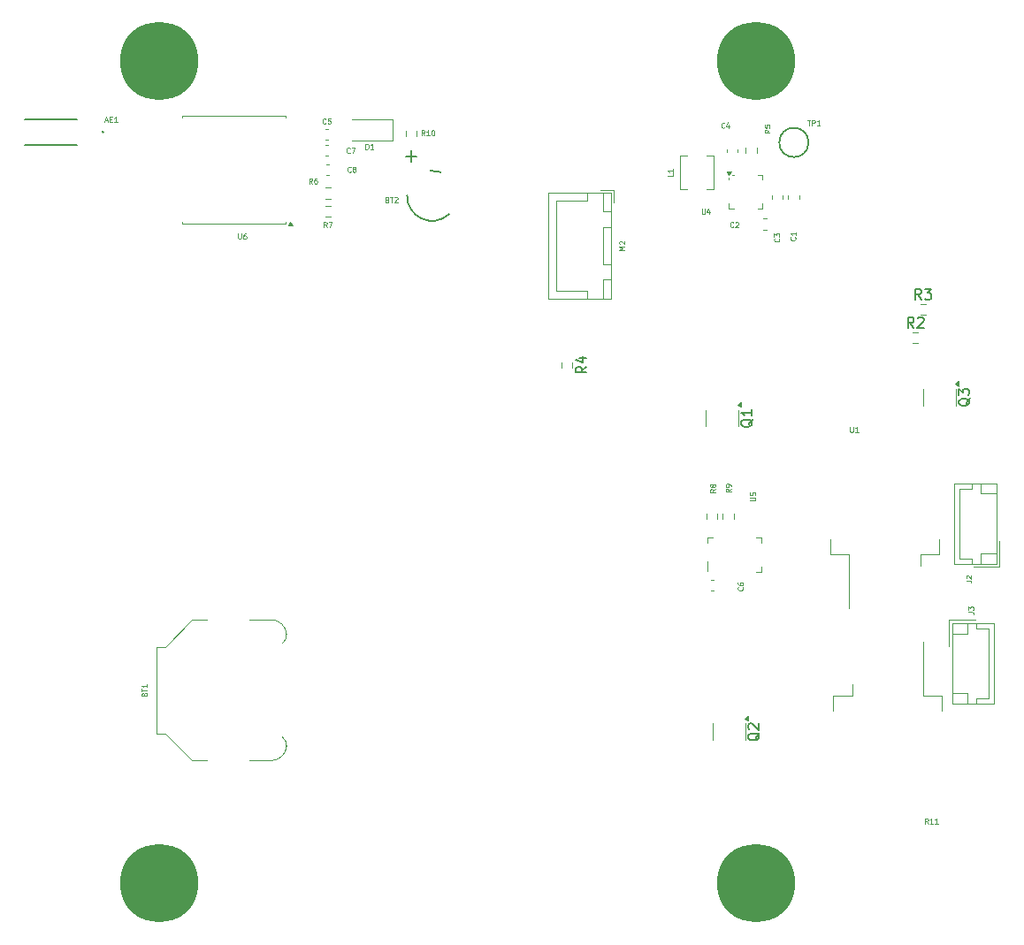
<source format=gto>
G04 #@! TF.GenerationSoftware,KiCad,Pcbnew,9.0.1*
G04 #@! TF.CreationDate,2025-10-31T13:55:31-04:00*
G04 #@! TF.ProjectId,GHOUL_V1.0,47484f55-4c5f-4563-912e-302e6b696361,rev?*
G04 #@! TF.SameCoordinates,Original*
G04 #@! TF.FileFunction,Legend,Top*
G04 #@! TF.FilePolarity,Positive*
%FSLAX46Y46*%
G04 Gerber Fmt 4.6, Leading zero omitted, Abs format (unit mm)*
G04 Created by KiCad (PCBNEW 9.0.1) date 2025-10-31 13:55:31*
%MOMM*%
%LPD*%
G01*
G04 APERTURE LIST*
%ADD10C,0.125000*%
%ADD11C,0.150000*%
%ADD12C,0.120000*%
%ADD13C,0.127000*%
%ADD14C,7.500000*%
G04 APERTURE END LIST*
D10*
X125438955Y-121748907D02*
X125462765Y-121677479D01*
X125462765Y-121677479D02*
X125486574Y-121653669D01*
X125486574Y-121653669D02*
X125534193Y-121629860D01*
X125534193Y-121629860D02*
X125605622Y-121629860D01*
X125605622Y-121629860D02*
X125653241Y-121653669D01*
X125653241Y-121653669D02*
X125677051Y-121677479D01*
X125677051Y-121677479D02*
X125700860Y-121725098D01*
X125700860Y-121725098D02*
X125700860Y-121915574D01*
X125700860Y-121915574D02*
X125200860Y-121915574D01*
X125200860Y-121915574D02*
X125200860Y-121748907D01*
X125200860Y-121748907D02*
X125224670Y-121701288D01*
X125224670Y-121701288D02*
X125248479Y-121677479D01*
X125248479Y-121677479D02*
X125296098Y-121653669D01*
X125296098Y-121653669D02*
X125343717Y-121653669D01*
X125343717Y-121653669D02*
X125391336Y-121677479D01*
X125391336Y-121677479D02*
X125415146Y-121701288D01*
X125415146Y-121701288D02*
X125438955Y-121748907D01*
X125438955Y-121748907D02*
X125438955Y-121915574D01*
X125200860Y-121487002D02*
X125200860Y-121201288D01*
X125700860Y-121344145D02*
X125200860Y-121344145D01*
X125700860Y-120772717D02*
X125700860Y-121058431D01*
X125700860Y-120915574D02*
X125200860Y-120915574D01*
X125200860Y-120915574D02*
X125272289Y-120963193D01*
X125272289Y-120963193D02*
X125319908Y-121010812D01*
X125319908Y-121010812D02*
X125343717Y-121058431D01*
X180109809Y-102094384D02*
X179871714Y-102261050D01*
X180109809Y-102380098D02*
X179609809Y-102380098D01*
X179609809Y-102380098D02*
X179609809Y-102189622D01*
X179609809Y-102189622D02*
X179633619Y-102142003D01*
X179633619Y-102142003D02*
X179657428Y-102118193D01*
X179657428Y-102118193D02*
X179705047Y-102094384D01*
X179705047Y-102094384D02*
X179776476Y-102094384D01*
X179776476Y-102094384D02*
X179824095Y-102118193D01*
X179824095Y-102118193D02*
X179847904Y-102142003D01*
X179847904Y-102142003D02*
X179871714Y-102189622D01*
X179871714Y-102189622D02*
X179871714Y-102380098D01*
X179824095Y-101808669D02*
X179800285Y-101856288D01*
X179800285Y-101856288D02*
X179776476Y-101880098D01*
X179776476Y-101880098D02*
X179728857Y-101903907D01*
X179728857Y-101903907D02*
X179705047Y-101903907D01*
X179705047Y-101903907D02*
X179657428Y-101880098D01*
X179657428Y-101880098D02*
X179633619Y-101856288D01*
X179633619Y-101856288D02*
X179609809Y-101808669D01*
X179609809Y-101808669D02*
X179609809Y-101713431D01*
X179609809Y-101713431D02*
X179633619Y-101665812D01*
X179633619Y-101665812D02*
X179657428Y-101642003D01*
X179657428Y-101642003D02*
X179705047Y-101618193D01*
X179705047Y-101618193D02*
X179728857Y-101618193D01*
X179728857Y-101618193D02*
X179776476Y-101642003D01*
X179776476Y-101642003D02*
X179800285Y-101665812D01*
X179800285Y-101665812D02*
X179824095Y-101713431D01*
X179824095Y-101713431D02*
X179824095Y-101808669D01*
X179824095Y-101808669D02*
X179847904Y-101856288D01*
X179847904Y-101856288D02*
X179871714Y-101880098D01*
X179871714Y-101880098D02*
X179919333Y-101903907D01*
X179919333Y-101903907D02*
X180014571Y-101903907D01*
X180014571Y-101903907D02*
X180062190Y-101880098D01*
X180062190Y-101880098D02*
X180086000Y-101856288D01*
X180086000Y-101856288D02*
X180109809Y-101808669D01*
X180109809Y-101808669D02*
X180109809Y-101713431D01*
X180109809Y-101713431D02*
X180086000Y-101665812D01*
X180086000Y-101665812D02*
X180062190Y-101642003D01*
X180062190Y-101642003D02*
X180014571Y-101618193D01*
X180014571Y-101618193D02*
X179919333Y-101618193D01*
X179919333Y-101618193D02*
X179871714Y-101642003D01*
X179871714Y-101642003D02*
X179847904Y-101665812D01*
X179847904Y-101665812D02*
X179824095Y-101713431D01*
X181608758Y-102083333D02*
X181370663Y-102249999D01*
X181608758Y-102369047D02*
X181108758Y-102369047D01*
X181108758Y-102369047D02*
X181108758Y-102178571D01*
X181108758Y-102178571D02*
X181132568Y-102130952D01*
X181132568Y-102130952D02*
X181156377Y-102107142D01*
X181156377Y-102107142D02*
X181203996Y-102083333D01*
X181203996Y-102083333D02*
X181275425Y-102083333D01*
X181275425Y-102083333D02*
X181323044Y-102107142D01*
X181323044Y-102107142D02*
X181346853Y-102130952D01*
X181346853Y-102130952D02*
X181370663Y-102178571D01*
X181370663Y-102178571D02*
X181370663Y-102369047D01*
X181608758Y-101845237D02*
X181608758Y-101749999D01*
X181608758Y-101749999D02*
X181584949Y-101702380D01*
X181584949Y-101702380D02*
X181561139Y-101678571D01*
X181561139Y-101678571D02*
X181489710Y-101630952D01*
X181489710Y-101630952D02*
X181394472Y-101607142D01*
X181394472Y-101607142D02*
X181203996Y-101607142D01*
X181203996Y-101607142D02*
X181156377Y-101630952D01*
X181156377Y-101630952D02*
X181132568Y-101654761D01*
X181132568Y-101654761D02*
X181108758Y-101702380D01*
X181108758Y-101702380D02*
X181108758Y-101797618D01*
X181108758Y-101797618D02*
X181132568Y-101845237D01*
X181132568Y-101845237D02*
X181156377Y-101869047D01*
X181156377Y-101869047D02*
X181203996Y-101892856D01*
X181203996Y-101892856D02*
X181323044Y-101892856D01*
X181323044Y-101892856D02*
X181370663Y-101869047D01*
X181370663Y-101869047D02*
X181394472Y-101845237D01*
X181394472Y-101845237D02*
X181418282Y-101797618D01*
X181418282Y-101797618D02*
X181418282Y-101702380D01*
X181418282Y-101702380D02*
X181394472Y-101654761D01*
X181394472Y-101654761D02*
X181370663Y-101630952D01*
X181370663Y-101630952D02*
X181323044Y-101607142D01*
X178815098Y-75270860D02*
X178815098Y-75675622D01*
X178815098Y-75675622D02*
X178838908Y-75723241D01*
X178838908Y-75723241D02*
X178862717Y-75747051D01*
X178862717Y-75747051D02*
X178910336Y-75770860D01*
X178910336Y-75770860D02*
X179005574Y-75770860D01*
X179005574Y-75770860D02*
X179053193Y-75747051D01*
X179053193Y-75747051D02*
X179077003Y-75723241D01*
X179077003Y-75723241D02*
X179100812Y-75675622D01*
X179100812Y-75675622D02*
X179100812Y-75270860D01*
X179553194Y-75437527D02*
X179553194Y-75770860D01*
X179434146Y-75247051D02*
X179315099Y-75604193D01*
X179315099Y-75604193D02*
X179624622Y-75604193D01*
X181837717Y-76955741D02*
X181813908Y-76979551D01*
X181813908Y-76979551D02*
X181742479Y-77003360D01*
X181742479Y-77003360D02*
X181694860Y-77003360D01*
X181694860Y-77003360D02*
X181623432Y-76979551D01*
X181623432Y-76979551D02*
X181575813Y-76931931D01*
X181575813Y-76931931D02*
X181552003Y-76884312D01*
X181552003Y-76884312D02*
X181528194Y-76789074D01*
X181528194Y-76789074D02*
X181528194Y-76717646D01*
X181528194Y-76717646D02*
X181552003Y-76622408D01*
X181552003Y-76622408D02*
X181575813Y-76574789D01*
X181575813Y-76574789D02*
X181623432Y-76527170D01*
X181623432Y-76527170D02*
X181694860Y-76503360D01*
X181694860Y-76503360D02*
X181742479Y-76503360D01*
X181742479Y-76503360D02*
X181813908Y-76527170D01*
X181813908Y-76527170D02*
X181837717Y-76550979D01*
X182028194Y-76550979D02*
X182052003Y-76527170D01*
X182052003Y-76527170D02*
X182099622Y-76503360D01*
X182099622Y-76503360D02*
X182218670Y-76503360D01*
X182218670Y-76503360D02*
X182266289Y-76527170D01*
X182266289Y-76527170D02*
X182290098Y-76550979D01*
X182290098Y-76550979D02*
X182313908Y-76598598D01*
X182313908Y-76598598D02*
X182313908Y-76646217D01*
X182313908Y-76646217D02*
X182290098Y-76717646D01*
X182290098Y-76717646D02*
X182004384Y-77003360D01*
X182004384Y-77003360D02*
X182313908Y-77003360D01*
D11*
X167784819Y-90366666D02*
X167308628Y-90699999D01*
X167784819Y-90938094D02*
X166784819Y-90938094D01*
X166784819Y-90938094D02*
X166784819Y-90557142D01*
X166784819Y-90557142D02*
X166832438Y-90461904D01*
X166832438Y-90461904D02*
X166880057Y-90414285D01*
X166880057Y-90414285D02*
X166975295Y-90366666D01*
X166975295Y-90366666D02*
X167118152Y-90366666D01*
X167118152Y-90366666D02*
X167213390Y-90414285D01*
X167213390Y-90414285D02*
X167261009Y-90461904D01*
X167261009Y-90461904D02*
X167308628Y-90557142D01*
X167308628Y-90557142D02*
X167308628Y-90938094D01*
X167118152Y-89509523D02*
X167784819Y-89509523D01*
X166737200Y-89747618D02*
X167451485Y-89985713D01*
X167451485Y-89985713D02*
X167451485Y-89366666D01*
D10*
X183450860Y-103207003D02*
X183855622Y-103207003D01*
X183855622Y-103207003D02*
X183903241Y-103183193D01*
X183903241Y-103183193D02*
X183927051Y-103159384D01*
X183927051Y-103159384D02*
X183950860Y-103111765D01*
X183950860Y-103111765D02*
X183950860Y-103016527D01*
X183950860Y-103016527D02*
X183927051Y-102968908D01*
X183927051Y-102968908D02*
X183903241Y-102945098D01*
X183903241Y-102945098D02*
X183855622Y-102921289D01*
X183855622Y-102921289D02*
X183450860Y-102921289D01*
X183450860Y-102445098D02*
X183450860Y-102683193D01*
X183450860Y-102683193D02*
X183688955Y-102707002D01*
X183688955Y-102707002D02*
X183665146Y-102683193D01*
X183665146Y-102683193D02*
X183641336Y-102635574D01*
X183641336Y-102635574D02*
X183641336Y-102516526D01*
X183641336Y-102516526D02*
X183665146Y-102468907D01*
X183665146Y-102468907D02*
X183688955Y-102445098D01*
X183688955Y-102445098D02*
X183736574Y-102421288D01*
X183736574Y-102421288D02*
X183855622Y-102421288D01*
X183855622Y-102421288D02*
X183903241Y-102445098D01*
X183903241Y-102445098D02*
X183927051Y-102468907D01*
X183927051Y-102468907D02*
X183950860Y-102516526D01*
X183950860Y-102516526D02*
X183950860Y-102635574D01*
X183950860Y-102635574D02*
X183927051Y-102683193D01*
X183927051Y-102683193D02*
X183903241Y-102707002D01*
X200484622Y-134125860D02*
X200317956Y-133887765D01*
X200198908Y-134125860D02*
X200198908Y-133625860D01*
X200198908Y-133625860D02*
X200389384Y-133625860D01*
X200389384Y-133625860D02*
X200437003Y-133649670D01*
X200437003Y-133649670D02*
X200460813Y-133673479D01*
X200460813Y-133673479D02*
X200484622Y-133721098D01*
X200484622Y-133721098D02*
X200484622Y-133792527D01*
X200484622Y-133792527D02*
X200460813Y-133840146D01*
X200460813Y-133840146D02*
X200437003Y-133863955D01*
X200437003Y-133863955D02*
X200389384Y-133887765D01*
X200389384Y-133887765D02*
X200198908Y-133887765D01*
X200960813Y-134125860D02*
X200675099Y-134125860D01*
X200817956Y-134125860D02*
X200817956Y-133625860D01*
X200817956Y-133625860D02*
X200770337Y-133697289D01*
X200770337Y-133697289D02*
X200722718Y-133744908D01*
X200722718Y-133744908D02*
X200675099Y-133768717D01*
X201437003Y-134125860D02*
X201151289Y-134125860D01*
X201294146Y-134125860D02*
X201294146Y-133625860D01*
X201294146Y-133625860D02*
X201246527Y-133697289D01*
X201246527Y-133697289D02*
X201198908Y-133744908D01*
X201198908Y-133744908D02*
X201151289Y-133768717D01*
D11*
X199109384Y-86640870D02*
X198776051Y-86164679D01*
X198537956Y-86640870D02*
X198537956Y-85640870D01*
X198537956Y-85640870D02*
X198918908Y-85640870D01*
X198918908Y-85640870D02*
X199014146Y-85688489D01*
X199014146Y-85688489D02*
X199061765Y-85736108D01*
X199061765Y-85736108D02*
X199109384Y-85831346D01*
X199109384Y-85831346D02*
X199109384Y-85974203D01*
X199109384Y-85974203D02*
X199061765Y-86069441D01*
X199061765Y-86069441D02*
X199014146Y-86117060D01*
X199014146Y-86117060D02*
X198918908Y-86164679D01*
X198918908Y-86164679D02*
X198537956Y-86164679D01*
X199490337Y-85736108D02*
X199537956Y-85688489D01*
X199537956Y-85688489D02*
X199633194Y-85640870D01*
X199633194Y-85640870D02*
X199871289Y-85640870D01*
X199871289Y-85640870D02*
X199966527Y-85688489D01*
X199966527Y-85688489D02*
X200014146Y-85736108D01*
X200014146Y-85736108D02*
X200061765Y-85831346D01*
X200061765Y-85831346D02*
X200061765Y-85926584D01*
X200061765Y-85926584D02*
X200014146Y-86069441D01*
X200014146Y-86069441D02*
X199442718Y-86640870D01*
X199442718Y-86640870D02*
X200061765Y-86640870D01*
D10*
X145117792Y-69862627D02*
X145093983Y-69886437D01*
X145093983Y-69886437D02*
X145022554Y-69910246D01*
X145022554Y-69910246D02*
X144974935Y-69910246D01*
X144974935Y-69910246D02*
X144903507Y-69886437D01*
X144903507Y-69886437D02*
X144855888Y-69838817D01*
X144855888Y-69838817D02*
X144832078Y-69791198D01*
X144832078Y-69791198D02*
X144808269Y-69695960D01*
X144808269Y-69695960D02*
X144808269Y-69624532D01*
X144808269Y-69624532D02*
X144832078Y-69529294D01*
X144832078Y-69529294D02*
X144855888Y-69481675D01*
X144855888Y-69481675D02*
X144903507Y-69434056D01*
X144903507Y-69434056D02*
X144974935Y-69410246D01*
X144974935Y-69410246D02*
X145022554Y-69410246D01*
X145022554Y-69410246D02*
X145093983Y-69434056D01*
X145093983Y-69434056D02*
X145117792Y-69457865D01*
X145284459Y-69410246D02*
X145617792Y-69410246D01*
X145617792Y-69410246D02*
X145403507Y-69910246D01*
D11*
X183700057Y-95395238D02*
X183652438Y-95490476D01*
X183652438Y-95490476D02*
X183557200Y-95585714D01*
X183557200Y-95585714D02*
X183414342Y-95728571D01*
X183414342Y-95728571D02*
X183366723Y-95823809D01*
X183366723Y-95823809D02*
X183366723Y-95919047D01*
X183604819Y-95871428D02*
X183557200Y-95966666D01*
X183557200Y-95966666D02*
X183461961Y-96061904D01*
X183461961Y-96061904D02*
X183271485Y-96109523D01*
X183271485Y-96109523D02*
X182938152Y-96109523D01*
X182938152Y-96109523D02*
X182747676Y-96061904D01*
X182747676Y-96061904D02*
X182652438Y-95966666D01*
X182652438Y-95966666D02*
X182604819Y-95871428D01*
X182604819Y-95871428D02*
X182604819Y-95680952D01*
X182604819Y-95680952D02*
X182652438Y-95585714D01*
X182652438Y-95585714D02*
X182747676Y-95490476D01*
X182747676Y-95490476D02*
X182938152Y-95442857D01*
X182938152Y-95442857D02*
X183271485Y-95442857D01*
X183271485Y-95442857D02*
X183461961Y-95490476D01*
X183461961Y-95490476D02*
X183557200Y-95585714D01*
X183557200Y-95585714D02*
X183604819Y-95680952D01*
X183604819Y-95680952D02*
X183604819Y-95871428D01*
X183604819Y-94490476D02*
X183604819Y-95061904D01*
X183604819Y-94776190D02*
X182604819Y-94776190D01*
X182604819Y-94776190D02*
X182747676Y-94871428D01*
X182747676Y-94871428D02*
X182842914Y-94966666D01*
X182842914Y-94966666D02*
X182890533Y-95061904D01*
D10*
X182713241Y-111489384D02*
X182737051Y-111513193D01*
X182737051Y-111513193D02*
X182760860Y-111584622D01*
X182760860Y-111584622D02*
X182760860Y-111632241D01*
X182760860Y-111632241D02*
X182737051Y-111703669D01*
X182737051Y-111703669D02*
X182689431Y-111751288D01*
X182689431Y-111751288D02*
X182641812Y-111775098D01*
X182641812Y-111775098D02*
X182546574Y-111798907D01*
X182546574Y-111798907D02*
X182475146Y-111798907D01*
X182475146Y-111798907D02*
X182379908Y-111775098D01*
X182379908Y-111775098D02*
X182332289Y-111751288D01*
X182332289Y-111751288D02*
X182284670Y-111703669D01*
X182284670Y-111703669D02*
X182260860Y-111632241D01*
X182260860Y-111632241D02*
X182260860Y-111584622D01*
X182260860Y-111584622D02*
X182284670Y-111513193D01*
X182284670Y-111513193D02*
X182308479Y-111489384D01*
X182260860Y-111060812D02*
X182260860Y-111156050D01*
X182260860Y-111156050D02*
X182284670Y-111203669D01*
X182284670Y-111203669D02*
X182308479Y-111227479D01*
X182308479Y-111227479D02*
X182379908Y-111275098D01*
X182379908Y-111275098D02*
X182475146Y-111298907D01*
X182475146Y-111298907D02*
X182665622Y-111298907D01*
X182665622Y-111298907D02*
X182713241Y-111275098D01*
X182713241Y-111275098D02*
X182737051Y-111251288D01*
X182737051Y-111251288D02*
X182760860Y-111203669D01*
X182760860Y-111203669D02*
X182760860Y-111108431D01*
X182760860Y-111108431D02*
X182737051Y-111060812D01*
X182737051Y-111060812D02*
X182713241Y-111037003D01*
X182713241Y-111037003D02*
X182665622Y-111013193D01*
X182665622Y-111013193D02*
X182546574Y-111013193D01*
X182546574Y-111013193D02*
X182498955Y-111037003D01*
X182498955Y-111037003D02*
X182475146Y-111060812D01*
X182475146Y-111060812D02*
X182451336Y-111108431D01*
X182451336Y-111108431D02*
X182451336Y-111203669D01*
X182451336Y-111203669D02*
X182475146Y-111251288D01*
X182475146Y-111251288D02*
X182498955Y-111275098D01*
X182498955Y-111275098D02*
X182546574Y-111298907D01*
X193019047Y-96124809D02*
X193019047Y-96529571D01*
X193019047Y-96529571D02*
X193042857Y-96577190D01*
X193042857Y-96577190D02*
X193066666Y-96601000D01*
X193066666Y-96601000D02*
X193114285Y-96624809D01*
X193114285Y-96624809D02*
X193209523Y-96624809D01*
X193209523Y-96624809D02*
X193257142Y-96601000D01*
X193257142Y-96601000D02*
X193280952Y-96577190D01*
X193280952Y-96577190D02*
X193304761Y-96529571D01*
X193304761Y-96529571D02*
X193304761Y-96124809D01*
X193804762Y-96624809D02*
X193519048Y-96624809D01*
X193661905Y-96624809D02*
X193661905Y-96124809D01*
X193661905Y-96124809D02*
X193614286Y-96196238D01*
X193614286Y-96196238D02*
X193566667Y-96243857D01*
X193566667Y-96243857D02*
X193519048Y-96267666D01*
D11*
X199833333Y-83924819D02*
X199500000Y-83448628D01*
X199261905Y-83924819D02*
X199261905Y-82924819D01*
X199261905Y-82924819D02*
X199642857Y-82924819D01*
X199642857Y-82924819D02*
X199738095Y-82972438D01*
X199738095Y-82972438D02*
X199785714Y-83020057D01*
X199785714Y-83020057D02*
X199833333Y-83115295D01*
X199833333Y-83115295D02*
X199833333Y-83258152D01*
X199833333Y-83258152D02*
X199785714Y-83353390D01*
X199785714Y-83353390D02*
X199738095Y-83401009D01*
X199738095Y-83401009D02*
X199642857Y-83448628D01*
X199642857Y-83448628D02*
X199261905Y-83448628D01*
X200166667Y-82924819D02*
X200785714Y-82924819D01*
X200785714Y-82924819D02*
X200452381Y-83305771D01*
X200452381Y-83305771D02*
X200595238Y-83305771D01*
X200595238Y-83305771D02*
X200690476Y-83353390D01*
X200690476Y-83353390D02*
X200738095Y-83401009D01*
X200738095Y-83401009D02*
X200785714Y-83496247D01*
X200785714Y-83496247D02*
X200785714Y-83734342D01*
X200785714Y-83734342D02*
X200738095Y-83829580D01*
X200738095Y-83829580D02*
X200690476Y-83877200D01*
X200690476Y-83877200D02*
X200595238Y-83924819D01*
X200595238Y-83924819D02*
X200309524Y-83924819D01*
X200309524Y-83924819D02*
X200214286Y-83877200D01*
X200214286Y-83877200D02*
X200166667Y-83829580D01*
D10*
X121679368Y-66781952D02*
X121917463Y-66781952D01*
X121631749Y-66924809D02*
X121798415Y-66424809D01*
X121798415Y-66424809D02*
X121965082Y-66924809D01*
X122131748Y-66662904D02*
X122298415Y-66662904D01*
X122369843Y-66924809D02*
X122131748Y-66924809D01*
X122131748Y-66924809D02*
X122131748Y-66424809D01*
X122131748Y-66424809D02*
X122369843Y-66424809D01*
X122846034Y-66924809D02*
X122560320Y-66924809D01*
X122703177Y-66924809D02*
X122703177Y-66424809D01*
X122703177Y-66424809D02*
X122655558Y-66496238D01*
X122655558Y-66496238D02*
X122607939Y-66543857D01*
X122607939Y-66543857D02*
X122560320Y-66567666D01*
X141516666Y-72824809D02*
X141350000Y-72586714D01*
X141230952Y-72824809D02*
X141230952Y-72324809D01*
X141230952Y-72324809D02*
X141421428Y-72324809D01*
X141421428Y-72324809D02*
X141469047Y-72348619D01*
X141469047Y-72348619D02*
X141492857Y-72372428D01*
X141492857Y-72372428D02*
X141516666Y-72420047D01*
X141516666Y-72420047D02*
X141516666Y-72491476D01*
X141516666Y-72491476D02*
X141492857Y-72539095D01*
X141492857Y-72539095D02*
X141469047Y-72562904D01*
X141469047Y-72562904D02*
X141421428Y-72586714D01*
X141421428Y-72586714D02*
X141230952Y-72586714D01*
X141945238Y-72324809D02*
X141850000Y-72324809D01*
X141850000Y-72324809D02*
X141802381Y-72348619D01*
X141802381Y-72348619D02*
X141778571Y-72372428D01*
X141778571Y-72372428D02*
X141730952Y-72443857D01*
X141730952Y-72443857D02*
X141707143Y-72539095D01*
X141707143Y-72539095D02*
X141707143Y-72729571D01*
X141707143Y-72729571D02*
X141730952Y-72777190D01*
X141730952Y-72777190D02*
X141754762Y-72801000D01*
X141754762Y-72801000D02*
X141802381Y-72824809D01*
X141802381Y-72824809D02*
X141897619Y-72824809D01*
X141897619Y-72824809D02*
X141945238Y-72801000D01*
X141945238Y-72801000D02*
X141969047Y-72777190D01*
X141969047Y-72777190D02*
X141992857Y-72729571D01*
X141992857Y-72729571D02*
X141992857Y-72610523D01*
X141992857Y-72610523D02*
X141969047Y-72562904D01*
X141969047Y-72562904D02*
X141945238Y-72539095D01*
X141945238Y-72539095D02*
X141897619Y-72515285D01*
X141897619Y-72515285D02*
X141802381Y-72515285D01*
X141802381Y-72515285D02*
X141754762Y-72539095D01*
X141754762Y-72539095D02*
X141730952Y-72562904D01*
X141730952Y-72562904D02*
X141707143Y-72610523D01*
X185320860Y-67681884D02*
X185082765Y-67848550D01*
X185320860Y-67967598D02*
X184820860Y-67967598D01*
X184820860Y-67967598D02*
X184820860Y-67777122D01*
X184820860Y-67777122D02*
X184844670Y-67729503D01*
X184844670Y-67729503D02*
X184868479Y-67705693D01*
X184868479Y-67705693D02*
X184916098Y-67681884D01*
X184916098Y-67681884D02*
X184987527Y-67681884D01*
X184987527Y-67681884D02*
X185035146Y-67705693D01*
X185035146Y-67705693D02*
X185058955Y-67729503D01*
X185058955Y-67729503D02*
X185082765Y-67777122D01*
X185082765Y-67777122D02*
X185082765Y-67967598D01*
X184820860Y-67229503D02*
X184820860Y-67467598D01*
X184820860Y-67467598D02*
X185058955Y-67491407D01*
X185058955Y-67491407D02*
X185035146Y-67467598D01*
X185035146Y-67467598D02*
X185011336Y-67419979D01*
X185011336Y-67419979D02*
X185011336Y-67300931D01*
X185011336Y-67300931D02*
X185035146Y-67253312D01*
X185035146Y-67253312D02*
X185058955Y-67229503D01*
X185058955Y-67229503D02*
X185106574Y-67205693D01*
X185106574Y-67205693D02*
X185225622Y-67205693D01*
X185225622Y-67205693D02*
X185273241Y-67229503D01*
X185273241Y-67229503D02*
X185297051Y-67253312D01*
X185297051Y-67253312D02*
X185320860Y-67300931D01*
X185320860Y-67300931D02*
X185320860Y-67419979D01*
X185320860Y-67419979D02*
X185297051Y-67467598D01*
X185297051Y-67467598D02*
X185273241Y-67491407D01*
X180982717Y-67455741D02*
X180958908Y-67479551D01*
X180958908Y-67479551D02*
X180887479Y-67503360D01*
X180887479Y-67503360D02*
X180839860Y-67503360D01*
X180839860Y-67503360D02*
X180768432Y-67479551D01*
X180768432Y-67479551D02*
X180720813Y-67431931D01*
X180720813Y-67431931D02*
X180697003Y-67384312D01*
X180697003Y-67384312D02*
X180673194Y-67289074D01*
X180673194Y-67289074D02*
X180673194Y-67217646D01*
X180673194Y-67217646D02*
X180697003Y-67122408D01*
X180697003Y-67122408D02*
X180720813Y-67074789D01*
X180720813Y-67074789D02*
X180768432Y-67027170D01*
X180768432Y-67027170D02*
X180839860Y-67003360D01*
X180839860Y-67003360D02*
X180887479Y-67003360D01*
X180887479Y-67003360D02*
X180958908Y-67027170D01*
X180958908Y-67027170D02*
X180982717Y-67050979D01*
X181411289Y-67170027D02*
X181411289Y-67503360D01*
X181292241Y-66979551D02*
X181173194Y-67336693D01*
X181173194Y-67336693D02*
X181482717Y-67336693D01*
X148707143Y-74362904D02*
X148778571Y-74386714D01*
X148778571Y-74386714D02*
X148802381Y-74410523D01*
X148802381Y-74410523D02*
X148826190Y-74458142D01*
X148826190Y-74458142D02*
X148826190Y-74529571D01*
X148826190Y-74529571D02*
X148802381Y-74577190D01*
X148802381Y-74577190D02*
X148778571Y-74601000D01*
X148778571Y-74601000D02*
X148730952Y-74624809D01*
X148730952Y-74624809D02*
X148540476Y-74624809D01*
X148540476Y-74624809D02*
X148540476Y-74124809D01*
X148540476Y-74124809D02*
X148707143Y-74124809D01*
X148707143Y-74124809D02*
X148754762Y-74148619D01*
X148754762Y-74148619D02*
X148778571Y-74172428D01*
X148778571Y-74172428D02*
X148802381Y-74220047D01*
X148802381Y-74220047D02*
X148802381Y-74267666D01*
X148802381Y-74267666D02*
X148778571Y-74315285D01*
X148778571Y-74315285D02*
X148754762Y-74339095D01*
X148754762Y-74339095D02*
X148707143Y-74362904D01*
X148707143Y-74362904D02*
X148540476Y-74362904D01*
X148969048Y-74124809D02*
X149254762Y-74124809D01*
X149111905Y-74624809D02*
X149111905Y-74124809D01*
X149397619Y-74172428D02*
X149421428Y-74148619D01*
X149421428Y-74148619D02*
X149469047Y-74124809D01*
X149469047Y-74124809D02*
X149588095Y-74124809D01*
X149588095Y-74124809D02*
X149635714Y-74148619D01*
X149635714Y-74148619D02*
X149659523Y-74172428D01*
X149659523Y-74172428D02*
X149683333Y-74220047D01*
X149683333Y-74220047D02*
X149683333Y-74267666D01*
X149683333Y-74267666D02*
X149659523Y-74339095D01*
X149659523Y-74339095D02*
X149373809Y-74624809D01*
X149373809Y-74624809D02*
X149683333Y-74624809D01*
D11*
X151006639Y-70733825D02*
X151006639Y-69666175D01*
X151540464Y-70200000D02*
X150472813Y-70200000D01*
D10*
X204124809Y-110866666D02*
X204481952Y-110866666D01*
X204481952Y-110866666D02*
X204553380Y-110890475D01*
X204553380Y-110890475D02*
X204601000Y-110938094D01*
X204601000Y-110938094D02*
X204624809Y-111009523D01*
X204624809Y-111009523D02*
X204624809Y-111057142D01*
X204172428Y-110652380D02*
X204148619Y-110628571D01*
X204148619Y-110628571D02*
X204124809Y-110580952D01*
X204124809Y-110580952D02*
X204124809Y-110461904D01*
X204124809Y-110461904D02*
X204148619Y-110414285D01*
X204148619Y-110414285D02*
X204172428Y-110390476D01*
X204172428Y-110390476D02*
X204220047Y-110366666D01*
X204220047Y-110366666D02*
X204267666Y-110366666D01*
X204267666Y-110366666D02*
X204339095Y-110390476D01*
X204339095Y-110390476D02*
X204624809Y-110676190D01*
X204624809Y-110676190D02*
X204624809Y-110366666D01*
X204324809Y-113866666D02*
X204681952Y-113866666D01*
X204681952Y-113866666D02*
X204753380Y-113890475D01*
X204753380Y-113890475D02*
X204801000Y-113938094D01*
X204801000Y-113938094D02*
X204824809Y-114009523D01*
X204824809Y-114009523D02*
X204824809Y-114057142D01*
X204324809Y-113676190D02*
X204324809Y-113366666D01*
X204324809Y-113366666D02*
X204515285Y-113533333D01*
X204515285Y-113533333D02*
X204515285Y-113461904D01*
X204515285Y-113461904D02*
X204539095Y-113414285D01*
X204539095Y-113414285D02*
X204562904Y-113390476D01*
X204562904Y-113390476D02*
X204610523Y-113366666D01*
X204610523Y-113366666D02*
X204729571Y-113366666D01*
X204729571Y-113366666D02*
X204777190Y-113390476D01*
X204777190Y-113390476D02*
X204801000Y-113414285D01*
X204801000Y-113414285D02*
X204824809Y-113461904D01*
X204824809Y-113461904D02*
X204824809Y-113604761D01*
X204824809Y-113604761D02*
X204801000Y-113652380D01*
X204801000Y-113652380D02*
X204777190Y-113676190D01*
X146630952Y-69524809D02*
X146630952Y-69024809D01*
X146630952Y-69024809D02*
X146750000Y-69024809D01*
X146750000Y-69024809D02*
X146821428Y-69048619D01*
X146821428Y-69048619D02*
X146869047Y-69096238D01*
X146869047Y-69096238D02*
X146892857Y-69143857D01*
X146892857Y-69143857D02*
X146916666Y-69239095D01*
X146916666Y-69239095D02*
X146916666Y-69310523D01*
X146916666Y-69310523D02*
X146892857Y-69405761D01*
X146892857Y-69405761D02*
X146869047Y-69453380D01*
X146869047Y-69453380D02*
X146821428Y-69501000D01*
X146821428Y-69501000D02*
X146750000Y-69524809D01*
X146750000Y-69524809D02*
X146630952Y-69524809D01*
X147392857Y-69524809D02*
X147107143Y-69524809D01*
X147250000Y-69524809D02*
X147250000Y-69024809D01*
X147250000Y-69024809D02*
X147202381Y-69096238D01*
X147202381Y-69096238D02*
X147154762Y-69143857D01*
X147154762Y-69143857D02*
X147107143Y-69167666D01*
X176046860Y-71869384D02*
X176046860Y-72107479D01*
X176046860Y-72107479D02*
X175546860Y-72107479D01*
X176046860Y-71440812D02*
X176046860Y-71726526D01*
X176046860Y-71583669D02*
X175546860Y-71583669D01*
X175546860Y-71583669D02*
X175618289Y-71631288D01*
X175618289Y-71631288D02*
X175665908Y-71678907D01*
X175665908Y-71678907D02*
X175689717Y-71726526D01*
X152278571Y-68224809D02*
X152111905Y-67986714D01*
X151992857Y-68224809D02*
X151992857Y-67724809D01*
X151992857Y-67724809D02*
X152183333Y-67724809D01*
X152183333Y-67724809D02*
X152230952Y-67748619D01*
X152230952Y-67748619D02*
X152254762Y-67772428D01*
X152254762Y-67772428D02*
X152278571Y-67820047D01*
X152278571Y-67820047D02*
X152278571Y-67891476D01*
X152278571Y-67891476D02*
X152254762Y-67939095D01*
X152254762Y-67939095D02*
X152230952Y-67962904D01*
X152230952Y-67962904D02*
X152183333Y-67986714D01*
X152183333Y-67986714D02*
X151992857Y-67986714D01*
X152754762Y-68224809D02*
X152469048Y-68224809D01*
X152611905Y-68224809D02*
X152611905Y-67724809D01*
X152611905Y-67724809D02*
X152564286Y-67796238D01*
X152564286Y-67796238D02*
X152516667Y-67843857D01*
X152516667Y-67843857D02*
X152469048Y-67867666D01*
X153064285Y-67724809D02*
X153111904Y-67724809D01*
X153111904Y-67724809D02*
X153159523Y-67748619D01*
X153159523Y-67748619D02*
X153183333Y-67772428D01*
X153183333Y-67772428D02*
X153207142Y-67820047D01*
X153207142Y-67820047D02*
X153230952Y-67915285D01*
X153230952Y-67915285D02*
X153230952Y-68034333D01*
X153230952Y-68034333D02*
X153207142Y-68129571D01*
X153207142Y-68129571D02*
X153183333Y-68177190D01*
X153183333Y-68177190D02*
X153159523Y-68201000D01*
X153159523Y-68201000D02*
X153111904Y-68224809D01*
X153111904Y-68224809D02*
X153064285Y-68224809D01*
X153064285Y-68224809D02*
X153016666Y-68201000D01*
X153016666Y-68201000D02*
X152992857Y-68177190D01*
X152992857Y-68177190D02*
X152969047Y-68129571D01*
X152969047Y-68129571D02*
X152945238Y-68034333D01*
X152945238Y-68034333D02*
X152945238Y-67915285D01*
X152945238Y-67915285D02*
X152969047Y-67820047D01*
X152969047Y-67820047D02*
X152992857Y-67772428D01*
X152992857Y-67772428D02*
X153016666Y-67748619D01*
X153016666Y-67748619D02*
X153064285Y-67724809D01*
X187758241Y-77969384D02*
X187782051Y-77993193D01*
X187782051Y-77993193D02*
X187805860Y-78064622D01*
X187805860Y-78064622D02*
X187805860Y-78112241D01*
X187805860Y-78112241D02*
X187782051Y-78183669D01*
X187782051Y-78183669D02*
X187734431Y-78231288D01*
X187734431Y-78231288D02*
X187686812Y-78255098D01*
X187686812Y-78255098D02*
X187591574Y-78278907D01*
X187591574Y-78278907D02*
X187520146Y-78278907D01*
X187520146Y-78278907D02*
X187424908Y-78255098D01*
X187424908Y-78255098D02*
X187377289Y-78231288D01*
X187377289Y-78231288D02*
X187329670Y-78183669D01*
X187329670Y-78183669D02*
X187305860Y-78112241D01*
X187305860Y-78112241D02*
X187305860Y-78064622D01*
X187305860Y-78064622D02*
X187329670Y-77993193D01*
X187329670Y-77993193D02*
X187353479Y-77969384D01*
X187805860Y-77493193D02*
X187805860Y-77778907D01*
X187805860Y-77636050D02*
X187305860Y-77636050D01*
X187305860Y-77636050D02*
X187377289Y-77683669D01*
X187377289Y-77683669D02*
X187424908Y-77731288D01*
X187424908Y-77731288D02*
X187448717Y-77778907D01*
D11*
X184350057Y-125445238D02*
X184302438Y-125540476D01*
X184302438Y-125540476D02*
X184207200Y-125635714D01*
X184207200Y-125635714D02*
X184064342Y-125778571D01*
X184064342Y-125778571D02*
X184016723Y-125873809D01*
X184016723Y-125873809D02*
X184016723Y-125969047D01*
X184254819Y-125921428D02*
X184207200Y-126016666D01*
X184207200Y-126016666D02*
X184111961Y-126111904D01*
X184111961Y-126111904D02*
X183921485Y-126159523D01*
X183921485Y-126159523D02*
X183588152Y-126159523D01*
X183588152Y-126159523D02*
X183397676Y-126111904D01*
X183397676Y-126111904D02*
X183302438Y-126016666D01*
X183302438Y-126016666D02*
X183254819Y-125921428D01*
X183254819Y-125921428D02*
X183254819Y-125730952D01*
X183254819Y-125730952D02*
X183302438Y-125635714D01*
X183302438Y-125635714D02*
X183397676Y-125540476D01*
X183397676Y-125540476D02*
X183588152Y-125492857D01*
X183588152Y-125492857D02*
X183921485Y-125492857D01*
X183921485Y-125492857D02*
X184111961Y-125540476D01*
X184111961Y-125540476D02*
X184207200Y-125635714D01*
X184207200Y-125635714D02*
X184254819Y-125730952D01*
X184254819Y-125730952D02*
X184254819Y-125921428D01*
X183350057Y-125111904D02*
X183302438Y-125064285D01*
X183302438Y-125064285D02*
X183254819Y-124969047D01*
X183254819Y-124969047D02*
X183254819Y-124730952D01*
X183254819Y-124730952D02*
X183302438Y-124635714D01*
X183302438Y-124635714D02*
X183350057Y-124588095D01*
X183350057Y-124588095D02*
X183445295Y-124540476D01*
X183445295Y-124540476D02*
X183540533Y-124540476D01*
X183540533Y-124540476D02*
X183683390Y-124588095D01*
X183683390Y-124588095D02*
X184254819Y-125159523D01*
X184254819Y-125159523D02*
X184254819Y-124540476D01*
X204500057Y-93395238D02*
X204452438Y-93490476D01*
X204452438Y-93490476D02*
X204357200Y-93585714D01*
X204357200Y-93585714D02*
X204214342Y-93728571D01*
X204214342Y-93728571D02*
X204166723Y-93823809D01*
X204166723Y-93823809D02*
X204166723Y-93919047D01*
X204404819Y-93871428D02*
X204357200Y-93966666D01*
X204357200Y-93966666D02*
X204261961Y-94061904D01*
X204261961Y-94061904D02*
X204071485Y-94109523D01*
X204071485Y-94109523D02*
X203738152Y-94109523D01*
X203738152Y-94109523D02*
X203547676Y-94061904D01*
X203547676Y-94061904D02*
X203452438Y-93966666D01*
X203452438Y-93966666D02*
X203404819Y-93871428D01*
X203404819Y-93871428D02*
X203404819Y-93680952D01*
X203404819Y-93680952D02*
X203452438Y-93585714D01*
X203452438Y-93585714D02*
X203547676Y-93490476D01*
X203547676Y-93490476D02*
X203738152Y-93442857D01*
X203738152Y-93442857D02*
X204071485Y-93442857D01*
X204071485Y-93442857D02*
X204261961Y-93490476D01*
X204261961Y-93490476D02*
X204357200Y-93585714D01*
X204357200Y-93585714D02*
X204404819Y-93680952D01*
X204404819Y-93680952D02*
X204404819Y-93871428D01*
X203404819Y-93109523D02*
X203404819Y-92490476D01*
X203404819Y-92490476D02*
X203785771Y-92823809D01*
X203785771Y-92823809D02*
X203785771Y-92680952D01*
X203785771Y-92680952D02*
X203833390Y-92585714D01*
X203833390Y-92585714D02*
X203881009Y-92538095D01*
X203881009Y-92538095D02*
X203976247Y-92490476D01*
X203976247Y-92490476D02*
X204214342Y-92490476D01*
X204214342Y-92490476D02*
X204309580Y-92538095D01*
X204309580Y-92538095D02*
X204357200Y-92585714D01*
X204357200Y-92585714D02*
X204404819Y-92680952D01*
X204404819Y-92680952D02*
X204404819Y-92966666D01*
X204404819Y-92966666D02*
X204357200Y-93061904D01*
X204357200Y-93061904D02*
X204309580Y-93109523D01*
D10*
X186198241Y-78096884D02*
X186222051Y-78120693D01*
X186222051Y-78120693D02*
X186245860Y-78192122D01*
X186245860Y-78192122D02*
X186245860Y-78239741D01*
X186245860Y-78239741D02*
X186222051Y-78311169D01*
X186222051Y-78311169D02*
X186174431Y-78358788D01*
X186174431Y-78358788D02*
X186126812Y-78382598D01*
X186126812Y-78382598D02*
X186031574Y-78406407D01*
X186031574Y-78406407D02*
X185960146Y-78406407D01*
X185960146Y-78406407D02*
X185864908Y-78382598D01*
X185864908Y-78382598D02*
X185817289Y-78358788D01*
X185817289Y-78358788D02*
X185769670Y-78311169D01*
X185769670Y-78311169D02*
X185745860Y-78239741D01*
X185745860Y-78239741D02*
X185745860Y-78192122D01*
X185745860Y-78192122D02*
X185769670Y-78120693D01*
X185769670Y-78120693D02*
X185793479Y-78096884D01*
X185745860Y-77930217D02*
X185745860Y-77620693D01*
X185745860Y-77620693D02*
X185936336Y-77787360D01*
X185936336Y-77787360D02*
X185936336Y-77715931D01*
X185936336Y-77715931D02*
X185960146Y-77668312D01*
X185960146Y-77668312D02*
X185983955Y-77644503D01*
X185983955Y-77644503D02*
X186031574Y-77620693D01*
X186031574Y-77620693D02*
X186150622Y-77620693D01*
X186150622Y-77620693D02*
X186198241Y-77644503D01*
X186198241Y-77644503D02*
X186222051Y-77668312D01*
X186222051Y-77668312D02*
X186245860Y-77715931D01*
X186245860Y-77715931D02*
X186245860Y-77858788D01*
X186245860Y-77858788D02*
X186222051Y-77906407D01*
X186222051Y-77906407D02*
X186198241Y-77930217D01*
X134419047Y-77624809D02*
X134419047Y-78029571D01*
X134419047Y-78029571D02*
X134442857Y-78077190D01*
X134442857Y-78077190D02*
X134466666Y-78101000D01*
X134466666Y-78101000D02*
X134514285Y-78124809D01*
X134514285Y-78124809D02*
X134609523Y-78124809D01*
X134609523Y-78124809D02*
X134657142Y-78101000D01*
X134657142Y-78101000D02*
X134680952Y-78077190D01*
X134680952Y-78077190D02*
X134704761Y-78029571D01*
X134704761Y-78029571D02*
X134704761Y-77624809D01*
X135157143Y-77624809D02*
X135061905Y-77624809D01*
X135061905Y-77624809D02*
X135014286Y-77648619D01*
X135014286Y-77648619D02*
X134990476Y-77672428D01*
X134990476Y-77672428D02*
X134942857Y-77743857D01*
X134942857Y-77743857D02*
X134919048Y-77839095D01*
X134919048Y-77839095D02*
X134919048Y-78029571D01*
X134919048Y-78029571D02*
X134942857Y-78077190D01*
X134942857Y-78077190D02*
X134966667Y-78101000D01*
X134966667Y-78101000D02*
X135014286Y-78124809D01*
X135014286Y-78124809D02*
X135109524Y-78124809D01*
X135109524Y-78124809D02*
X135157143Y-78101000D01*
X135157143Y-78101000D02*
X135180952Y-78077190D01*
X135180952Y-78077190D02*
X135204762Y-78029571D01*
X135204762Y-78029571D02*
X135204762Y-77910523D01*
X135204762Y-77910523D02*
X135180952Y-77862904D01*
X135180952Y-77862904D02*
X135157143Y-77839095D01*
X135157143Y-77839095D02*
X135109524Y-77815285D01*
X135109524Y-77815285D02*
X135014286Y-77815285D01*
X135014286Y-77815285D02*
X134966667Y-77839095D01*
X134966667Y-77839095D02*
X134942857Y-77862904D01*
X134942857Y-77862904D02*
X134919048Y-77910523D01*
X171414809Y-79184761D02*
X170914809Y-79184761D01*
X170914809Y-79184761D02*
X171271952Y-79018094D01*
X171271952Y-79018094D02*
X170914809Y-78851428D01*
X170914809Y-78851428D02*
X171414809Y-78851428D01*
X170962428Y-78637141D02*
X170938619Y-78613332D01*
X170938619Y-78613332D02*
X170914809Y-78565713D01*
X170914809Y-78565713D02*
X170914809Y-78446665D01*
X170914809Y-78446665D02*
X170938619Y-78399046D01*
X170938619Y-78399046D02*
X170962428Y-78375237D01*
X170962428Y-78375237D02*
X171010047Y-78351427D01*
X171010047Y-78351427D02*
X171057666Y-78351427D01*
X171057666Y-78351427D02*
X171129095Y-78375237D01*
X171129095Y-78375237D02*
X171414809Y-78660951D01*
X171414809Y-78660951D02*
X171414809Y-78351427D01*
X188917599Y-66743360D02*
X189203313Y-66743360D01*
X189060456Y-67243360D02*
X189060456Y-66743360D01*
X189369979Y-67243360D02*
X189369979Y-66743360D01*
X189369979Y-66743360D02*
X189560455Y-66743360D01*
X189560455Y-66743360D02*
X189608074Y-66767170D01*
X189608074Y-66767170D02*
X189631884Y-66790979D01*
X189631884Y-66790979D02*
X189655693Y-66838598D01*
X189655693Y-66838598D02*
X189655693Y-66910027D01*
X189655693Y-66910027D02*
X189631884Y-66957646D01*
X189631884Y-66957646D02*
X189608074Y-66981455D01*
X189608074Y-66981455D02*
X189560455Y-67005265D01*
X189560455Y-67005265D02*
X189369979Y-67005265D01*
X190131884Y-67243360D02*
X189846170Y-67243360D01*
X189989027Y-67243360D02*
X189989027Y-66743360D01*
X189989027Y-66743360D02*
X189941408Y-66814789D01*
X189941408Y-66814789D02*
X189893789Y-66862408D01*
X189893789Y-66862408D02*
X189846170Y-66886217D01*
X142817792Y-67062627D02*
X142793983Y-67086437D01*
X142793983Y-67086437D02*
X142722554Y-67110246D01*
X142722554Y-67110246D02*
X142674935Y-67110246D01*
X142674935Y-67110246D02*
X142603507Y-67086437D01*
X142603507Y-67086437D02*
X142555888Y-67038817D01*
X142555888Y-67038817D02*
X142532078Y-66991198D01*
X142532078Y-66991198D02*
X142508269Y-66895960D01*
X142508269Y-66895960D02*
X142508269Y-66824532D01*
X142508269Y-66824532D02*
X142532078Y-66729294D01*
X142532078Y-66729294D02*
X142555888Y-66681675D01*
X142555888Y-66681675D02*
X142603507Y-66634056D01*
X142603507Y-66634056D02*
X142674935Y-66610246D01*
X142674935Y-66610246D02*
X142722554Y-66610246D01*
X142722554Y-66610246D02*
X142793983Y-66634056D01*
X142793983Y-66634056D02*
X142817792Y-66657865D01*
X143270173Y-66610246D02*
X143032078Y-66610246D01*
X143032078Y-66610246D02*
X143008269Y-66848341D01*
X143008269Y-66848341D02*
X143032078Y-66824532D01*
X143032078Y-66824532D02*
X143079697Y-66800722D01*
X143079697Y-66800722D02*
X143198745Y-66800722D01*
X143198745Y-66800722D02*
X143246364Y-66824532D01*
X143246364Y-66824532D02*
X143270173Y-66848341D01*
X143270173Y-66848341D02*
X143293983Y-66895960D01*
X143293983Y-66895960D02*
X143293983Y-67015008D01*
X143293983Y-67015008D02*
X143270173Y-67062627D01*
X143270173Y-67062627D02*
X143246364Y-67086437D01*
X143246364Y-67086437D02*
X143198745Y-67110246D01*
X143198745Y-67110246D02*
X143079697Y-67110246D01*
X143079697Y-67110246D02*
X143032078Y-67086437D01*
X143032078Y-67086437D02*
X143008269Y-67062627D01*
X145216666Y-71677190D02*
X145192857Y-71701000D01*
X145192857Y-71701000D02*
X145121428Y-71724809D01*
X145121428Y-71724809D02*
X145073809Y-71724809D01*
X145073809Y-71724809D02*
X145002381Y-71701000D01*
X145002381Y-71701000D02*
X144954762Y-71653380D01*
X144954762Y-71653380D02*
X144930952Y-71605761D01*
X144930952Y-71605761D02*
X144907143Y-71510523D01*
X144907143Y-71510523D02*
X144907143Y-71439095D01*
X144907143Y-71439095D02*
X144930952Y-71343857D01*
X144930952Y-71343857D02*
X144954762Y-71296238D01*
X144954762Y-71296238D02*
X145002381Y-71248619D01*
X145002381Y-71248619D02*
X145073809Y-71224809D01*
X145073809Y-71224809D02*
X145121428Y-71224809D01*
X145121428Y-71224809D02*
X145192857Y-71248619D01*
X145192857Y-71248619D02*
X145216666Y-71272428D01*
X145502381Y-71439095D02*
X145454762Y-71415285D01*
X145454762Y-71415285D02*
X145430952Y-71391476D01*
X145430952Y-71391476D02*
X145407143Y-71343857D01*
X145407143Y-71343857D02*
X145407143Y-71320047D01*
X145407143Y-71320047D02*
X145430952Y-71272428D01*
X145430952Y-71272428D02*
X145454762Y-71248619D01*
X145454762Y-71248619D02*
X145502381Y-71224809D01*
X145502381Y-71224809D02*
X145597619Y-71224809D01*
X145597619Y-71224809D02*
X145645238Y-71248619D01*
X145645238Y-71248619D02*
X145669047Y-71272428D01*
X145669047Y-71272428D02*
X145692857Y-71320047D01*
X145692857Y-71320047D02*
X145692857Y-71343857D01*
X145692857Y-71343857D02*
X145669047Y-71391476D01*
X145669047Y-71391476D02*
X145645238Y-71415285D01*
X145645238Y-71415285D02*
X145597619Y-71439095D01*
X145597619Y-71439095D02*
X145502381Y-71439095D01*
X145502381Y-71439095D02*
X145454762Y-71462904D01*
X145454762Y-71462904D02*
X145430952Y-71486714D01*
X145430952Y-71486714D02*
X145407143Y-71534333D01*
X145407143Y-71534333D02*
X145407143Y-71629571D01*
X145407143Y-71629571D02*
X145430952Y-71677190D01*
X145430952Y-71677190D02*
X145454762Y-71701000D01*
X145454762Y-71701000D02*
X145502381Y-71724809D01*
X145502381Y-71724809D02*
X145597619Y-71724809D01*
X145597619Y-71724809D02*
X145645238Y-71701000D01*
X145645238Y-71701000D02*
X145669047Y-71677190D01*
X145669047Y-71677190D02*
X145692857Y-71629571D01*
X145692857Y-71629571D02*
X145692857Y-71534333D01*
X145692857Y-71534333D02*
X145669047Y-71486714D01*
X145669047Y-71486714D02*
X145645238Y-71462904D01*
X145645238Y-71462904D02*
X145597619Y-71439095D01*
X142916666Y-77024809D02*
X142750000Y-76786714D01*
X142630952Y-77024809D02*
X142630952Y-76524809D01*
X142630952Y-76524809D02*
X142821428Y-76524809D01*
X142821428Y-76524809D02*
X142869047Y-76548619D01*
X142869047Y-76548619D02*
X142892857Y-76572428D01*
X142892857Y-76572428D02*
X142916666Y-76620047D01*
X142916666Y-76620047D02*
X142916666Y-76691476D01*
X142916666Y-76691476D02*
X142892857Y-76739095D01*
X142892857Y-76739095D02*
X142869047Y-76762904D01*
X142869047Y-76762904D02*
X142821428Y-76786714D01*
X142821428Y-76786714D02*
X142630952Y-76786714D01*
X143083333Y-76524809D02*
X143416666Y-76524809D01*
X143416666Y-76524809D02*
X143202381Y-77024809D01*
D12*
X126626051Y-117206051D02*
X127426051Y-117206051D01*
X126626051Y-125506051D02*
X126626051Y-117206051D01*
X127426051Y-117206051D02*
X130026051Y-114606051D01*
X127426051Y-125506051D02*
X126626051Y-125506051D01*
X130026051Y-114606051D02*
X131476051Y-114606051D01*
X130026051Y-128106051D02*
X127426051Y-125506051D01*
X131476051Y-128106051D02*
X130026051Y-128106051D01*
X135476051Y-114606051D02*
X137576051Y-114606051D01*
X135476051Y-128106051D02*
X137576051Y-128106051D01*
X137526051Y-114606051D02*
G75*
G02*
X139076051Y-116056051I50000J-1500000D01*
G01*
X138676051Y-125856051D02*
G75*
G02*
X139060211Y-126770666I-600001J-790000D01*
G01*
X139060211Y-115941436D02*
G75*
G02*
X138676051Y-116856051I-984160J-124615D01*
G01*
X139076051Y-126656051D02*
G75*
G02*
X137526051Y-128106051I-1499999J49999D01*
G01*
X179277500Y-104954724D02*
X179277500Y-104445276D01*
X180322500Y-104954724D02*
X180322500Y-104445276D01*
X180816449Y-104404225D02*
X180816449Y-104913673D01*
X181861449Y-104404225D02*
X181861449Y-104913673D01*
X181423551Y-72471051D02*
X181423551Y-72236051D01*
X181423551Y-75216051D02*
X181423551Y-74741051D01*
X181898551Y-71996051D02*
X181723551Y-71996051D01*
X181898551Y-75216051D02*
X181423551Y-75216051D01*
X184168551Y-71996051D02*
X184643551Y-71996051D01*
X184168551Y-75216051D02*
X184643551Y-75216051D01*
X184643551Y-71996051D02*
X184643551Y-72471051D01*
X184643551Y-75216051D02*
X184643551Y-74741051D01*
X181423551Y-71996051D02*
X181183551Y-71666051D01*
X181663551Y-71666051D01*
X181423551Y-71996051D01*
G36*
X181423551Y-71996051D02*
G01*
X181183551Y-71666051D01*
X181663551Y-71666051D01*
X181423551Y-71996051D01*
G37*
X184707284Y-76206051D02*
X184999818Y-76206051D01*
X184707284Y-77226051D02*
X184999818Y-77226051D01*
X165377500Y-89962742D02*
X165377500Y-90437258D01*
X166422500Y-89962742D02*
X166422500Y-90437258D01*
X179336051Y-106766051D02*
X179836051Y-106766051D01*
X179336051Y-107266051D02*
X179336051Y-106766051D01*
X179336051Y-109966051D02*
X179336051Y-109016051D01*
X184036051Y-106766051D02*
X184536051Y-106766051D01*
X184536051Y-106766051D02*
X184536051Y-107266051D01*
X184536051Y-109566051D02*
X184536051Y-110066051D01*
X184536051Y-110066051D02*
X184036051Y-110066051D01*
X191416051Y-121861051D02*
X193226051Y-121861051D01*
X191416051Y-123361051D02*
X191416051Y-121861051D01*
X193226051Y-121861051D02*
X193226051Y-120761051D01*
X200006051Y-121861051D02*
X200006051Y-116736051D01*
X201816051Y-121861051D02*
X200006051Y-121861051D01*
X201816051Y-123361051D02*
X201816051Y-121861051D01*
X199038793Y-87093551D02*
X199513309Y-87093551D01*
X199038793Y-88138551D02*
X199513309Y-88138551D01*
X142754859Y-69175437D02*
X143047393Y-69175437D01*
X142754859Y-70195437D02*
X143047393Y-70195437D01*
X179190000Y-95300000D02*
X179190000Y-94500000D01*
X179190000Y-95300000D02*
X179190000Y-96100000D01*
X182310000Y-95300000D02*
X182310000Y-94500000D01*
X182310000Y-95300000D02*
X182310000Y-96100000D01*
X182590000Y-94240000D02*
X182260000Y-94000000D01*
X182590000Y-93760000D01*
X182590000Y-94240000D01*
G36*
X182590000Y-94240000D02*
G01*
X182260000Y-94000000D01*
X182590000Y-93760000D01*
X182590000Y-94240000D01*
G37*
X179952318Y-110786051D02*
X179659784Y-110786051D01*
X179952318Y-111806051D02*
X179659784Y-111806051D01*
X191136051Y-106881051D02*
X191136051Y-108381051D01*
X191136051Y-108381051D02*
X192946051Y-108381051D01*
X192946051Y-108381051D02*
X192946051Y-113506051D01*
X199726051Y-108381051D02*
X199726051Y-109481051D01*
X201536051Y-106881051D02*
X201536051Y-108381051D01*
X201536051Y-108381051D02*
X199726051Y-108381051D01*
X199762742Y-84377500D02*
X200237258Y-84377500D01*
X199762742Y-85422500D02*
X200237258Y-85422500D01*
D11*
X114035420Y-69131900D02*
X118964580Y-69131900D01*
X118964580Y-66668100D02*
X114035420Y-66668100D01*
X121558499Y-67900000D02*
G75*
G02*
X121406099Y-67900000I-76200J0D01*
G01*
X121406099Y-67900000D02*
G75*
G02*
X121558499Y-67900000I76200J0D01*
G01*
D12*
X142745276Y-73227500D02*
X143254724Y-73227500D01*
X142745276Y-74272500D02*
X143254724Y-74272500D01*
X183023551Y-69940775D02*
X183023551Y-69431327D01*
X184068551Y-69940775D02*
X184068551Y-69431327D01*
X181236051Y-69832318D02*
X181236051Y-69539784D01*
X182256051Y-69832318D02*
X182256051Y-69539784D01*
D13*
X152783000Y-71590000D02*
G75*
G02*
X153830000Y-71740000I98151J-3043933D01*
G01*
X154639999Y-75750000D02*
G75*
G02*
X150600000Y-73940000I-1645136J1741712D01*
G01*
D12*
X202990000Y-101540000D02*
X202990000Y-109260000D01*
X202990000Y-109260000D02*
X207010000Y-109260000D01*
X203490000Y-102040000D02*
X204700000Y-102040000D01*
X203490000Y-108760000D02*
X203490000Y-102040000D01*
X204700000Y-102040000D02*
X204700000Y-101540000D01*
X204700000Y-108760000D02*
X203490000Y-108760000D01*
X204700000Y-109260000D02*
X204700000Y-108760000D01*
X204810000Y-109560000D02*
X207310000Y-109560000D01*
X205510000Y-101540000D02*
X205510000Y-102540000D01*
X205510000Y-102540000D02*
X207010000Y-102540000D01*
X205510000Y-108260000D02*
X207010000Y-108260000D01*
X205510000Y-109260000D02*
X205510000Y-108260000D01*
X207010000Y-101540000D02*
X202990000Y-101540000D01*
X207010000Y-109260000D02*
X207010000Y-101540000D01*
X207310000Y-109560000D02*
X207310000Y-107060000D01*
X202490000Y-114640000D02*
X202490000Y-117140000D01*
X202790000Y-114940000D02*
X202790000Y-122660000D01*
X202790000Y-122660000D02*
X206810000Y-122660000D01*
X204290000Y-114940000D02*
X204290000Y-115940000D01*
X204290000Y-115940000D02*
X202790000Y-115940000D01*
X204290000Y-121660000D02*
X202790000Y-121660000D01*
X204290000Y-122660000D02*
X204290000Y-121660000D01*
X204990000Y-114640000D02*
X202490000Y-114640000D01*
X205100000Y-114940000D02*
X205100000Y-115440000D01*
X205100000Y-115440000D02*
X206310000Y-115440000D01*
X205100000Y-122160000D02*
X205100000Y-122660000D01*
X206310000Y-115440000D02*
X206310000Y-122160000D01*
X206310000Y-122160000D02*
X205100000Y-122160000D01*
X206810000Y-114940000D02*
X202790000Y-114940000D01*
X206810000Y-122660000D02*
X206810000Y-114940000D01*
X149210000Y-66700000D02*
X145350000Y-66700000D01*
X149210000Y-68700000D02*
X145350000Y-68700000D01*
X149210000Y-68700000D02*
X149210000Y-66700000D01*
X176722051Y-70162051D02*
X177446051Y-70162051D01*
X176722051Y-73410051D02*
X176722051Y-70162051D01*
X177446051Y-73410051D02*
X176722051Y-73410051D01*
X179246051Y-73410051D02*
X179970051Y-73410051D01*
X179970051Y-70162051D02*
X179246051Y-70162051D01*
X179970051Y-73410051D02*
X179970051Y-70162051D01*
X150477500Y-67745276D02*
X150477500Y-68254724D01*
X151522500Y-67745276D02*
X151522500Y-68254724D01*
X187103551Y-73979784D02*
X187103551Y-74272318D01*
X188123551Y-73979784D02*
X188123551Y-74272318D01*
X179840000Y-125350000D02*
X179840000Y-124550000D01*
X179840000Y-125350000D02*
X179840000Y-126150000D01*
X182960000Y-125350000D02*
X182960000Y-124550000D01*
X182960000Y-125350000D02*
X182960000Y-126150000D01*
X183240000Y-124290000D02*
X182910000Y-124050000D01*
X183240000Y-123810000D01*
X183240000Y-124290000D01*
G36*
X183240000Y-124290000D02*
G01*
X182910000Y-124050000D01*
X183240000Y-123810000D01*
X183240000Y-124290000D01*
G37*
X199990000Y-93300000D02*
X199990000Y-92500000D01*
X199990000Y-93300000D02*
X199990000Y-94100000D01*
X203110000Y-93300000D02*
X203110000Y-92500000D01*
X203110000Y-93300000D02*
X203110000Y-94100000D01*
X203390000Y-92240000D02*
X203060000Y-92000000D01*
X203390000Y-91760000D01*
X203390000Y-92240000D01*
G36*
X203390000Y-92240000D02*
G01*
X203060000Y-92000000D01*
X203390000Y-91760000D01*
X203390000Y-92240000D01*
G37*
X185543551Y-74299818D02*
X185543551Y-74007284D01*
X186563551Y-74299818D02*
X186563551Y-74007284D01*
X129040000Y-66490000D02*
X129040000Y-66340000D01*
X129040000Y-76660000D02*
X129040000Y-76510000D01*
X138960000Y-66340000D02*
X129040000Y-66340000D01*
X138960000Y-66490000D02*
X138960000Y-66340000D01*
X138960000Y-76660000D02*
X129040000Y-76660000D01*
X138960000Y-76660000D02*
X138960000Y-76510000D01*
X139670000Y-76840000D02*
X139190000Y-76840000D01*
X139430000Y-76510000D01*
X139670000Y-76840000D01*
G36*
X139670000Y-76840000D02*
G01*
X139190000Y-76840000D01*
X139430000Y-76510000D01*
X139670000Y-76840000D01*
G37*
X164130000Y-73720000D02*
X164130000Y-83840000D01*
X164130000Y-83840000D02*
X170100000Y-83840000D01*
X164890000Y-74480000D02*
X164890000Y-78780000D01*
X164890000Y-83080000D02*
X164890000Y-78780000D01*
X167840000Y-73730000D02*
X167840000Y-74480000D01*
X167840000Y-74480000D02*
X164890000Y-74480000D01*
X167840000Y-83080000D02*
X164890000Y-83080000D01*
X167840000Y-83830000D02*
X167840000Y-83080000D01*
X169340000Y-73730000D02*
X169340000Y-75530000D01*
X169340000Y-75530000D02*
X170090000Y-75530000D01*
X169340000Y-77030000D02*
X169340000Y-80530000D01*
X169340000Y-80530000D02*
X170090000Y-80530000D01*
X169340000Y-82030000D02*
X169340000Y-83830000D01*
X169340000Y-83830000D02*
X170090000Y-83830000D01*
X170090000Y-73730000D02*
X169340000Y-73730000D01*
X170090000Y-75530000D02*
X170090000Y-73730000D01*
X170090000Y-77030000D02*
X169340000Y-77030000D01*
X170090000Y-80530000D02*
X170090000Y-77030000D01*
X170090000Y-82030000D02*
X169340000Y-82030000D01*
X170090000Y-83830000D02*
X170090000Y-82030000D01*
X170100000Y-73720000D02*
X164130000Y-73720000D01*
X170100000Y-83840000D02*
X170100000Y-73720000D01*
X170390000Y-73430000D02*
X169140000Y-73430000D01*
X170390000Y-74680000D02*
X170390000Y-73430000D01*
D11*
X189036051Y-68896051D02*
G75*
G02*
X186236051Y-68896051I-1400000J0D01*
G01*
X186236051Y-68896051D02*
G75*
G02*
X189036051Y-68896051I1400000J0D01*
G01*
D12*
X142754859Y-67575437D02*
X143047393Y-67575437D01*
X142754859Y-68595437D02*
X143047393Y-68595437D01*
X143146267Y-70990000D02*
X142853733Y-70990000D01*
X143146267Y-72010000D02*
X142853733Y-72010000D01*
X142745276Y-74977500D02*
X143254724Y-74977500D01*
X142745276Y-76022500D02*
X143254724Y-76022500D01*
D14*
X184046051Y-61116051D03*
X126896051Y-61116051D03*
X126896051Y-139856051D03*
X184046051Y-139856051D03*
M02*

</source>
